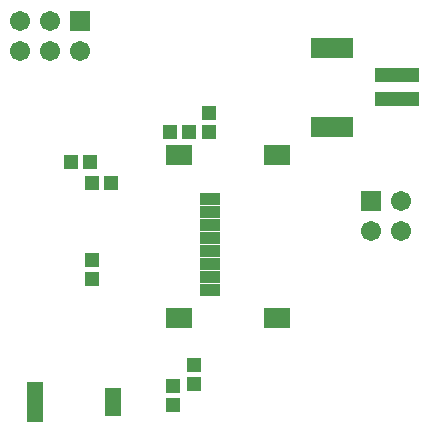
<source format=gbs>
%FSLAX24Y24*%
%MOIN*%
G70*
G01*
G75*
G04 Layer_Color=16711935*
%ADD10C,0.0120*%
%ADD11C,0.0200*%
%ADD12C,0.0150*%
%ADD13R,0.0394X0.0374*%
%ADD14O,0.0866X0.0236*%
%ADD15O,0.0236X0.0807*%
%ADD16O,0.0807X0.0236*%
%ADD17O,0.0551X0.0177*%
G04:AMPARAMS|DCode=18|XSize=83mil|YSize=55mil|CornerRadius=13.8mil|HoleSize=0mil|Usage=FLASHONLY|Rotation=180.000|XOffset=0mil|YOffset=0mil|HoleType=Round|Shape=RoundedRectangle|*
%AMROUNDEDRECTD18*
21,1,0.0830,0.0275,0,0,180.0*
21,1,0.0555,0.0550,0,0,180.0*
1,1,0.0275,-0.0278,0.0138*
1,1,0.0275,0.0278,0.0138*
1,1,0.0275,0.0278,-0.0138*
1,1,0.0275,-0.0278,-0.0138*
%
%ADD18ROUNDEDRECTD18*%
%ADD19R,0.0394X0.0394*%
%ADD20R,0.1496X0.0984*%
%ADD21R,0.0551X0.0197*%
%ADD22R,0.0374X0.0394*%
%ADD23R,0.0433X0.0236*%
G04:AMPARAMS|DCode=24|XSize=94.5mil|YSize=59.1mil|CornerRadius=14.8mil|HoleSize=0mil|Usage=FLASHONLY|Rotation=0.000|XOffset=0mil|YOffset=0mil|HoleType=Round|Shape=RoundedRectangle|*
%AMROUNDEDRECTD24*
21,1,0.0945,0.0295,0,0,0.0*
21,1,0.0650,0.0591,0,0,0.0*
1,1,0.0295,0.0325,-0.0148*
1,1,0.0295,-0.0325,-0.0148*
1,1,0.0295,-0.0325,0.0148*
1,1,0.0295,0.0325,0.0148*
%
%ADD24ROUNDEDRECTD24*%
%ADD25R,0.0512X0.0276*%
%ADD26R,0.0394X0.0394*%
%ADD27R,0.0472X0.0768*%
%ADD28R,0.0591X0.0591*%
%ADD29C,0.0591*%
%ADD30R,0.0591X0.0591*%
%ADD31C,0.0500*%
%ADD32R,0.0472X0.0866*%
%ADD33R,0.0472X0.1260*%
%ADD34R,0.1339X0.0591*%
%ADD35R,0.1378X0.0394*%
%ADD36R,0.0787X0.0571*%
%ADD37R,0.0591X0.0315*%
%ADD38C,0.0236*%
%ADD39C,0.0098*%
%ADD40C,0.0100*%
%ADD41C,0.0039*%
%ADD42C,0.0010*%
%ADD43C,0.0079*%
%ADD44R,0.0474X0.0454*%
%ADD45O,0.0946X0.0316*%
%ADD46O,0.0316X0.0887*%
%ADD47O,0.0887X0.0316*%
%ADD48O,0.0631X0.0257*%
G04:AMPARAMS|DCode=49|XSize=91mil|YSize=63mil|CornerRadius=17.8mil|HoleSize=0mil|Usage=FLASHONLY|Rotation=180.000|XOffset=0mil|YOffset=0mil|HoleType=Round|Shape=RoundedRectangle|*
%AMROUNDEDRECTD49*
21,1,0.0910,0.0275,0,0,180.0*
21,1,0.0555,0.0630,0,0,180.0*
1,1,0.0355,-0.0278,0.0138*
1,1,0.0355,0.0278,0.0138*
1,1,0.0355,0.0278,-0.0138*
1,1,0.0355,-0.0278,-0.0138*
%
%ADD49ROUNDEDRECTD49*%
%ADD50R,0.0474X0.0474*%
%ADD51R,0.1576X0.1064*%
%ADD52R,0.0631X0.0277*%
%ADD53R,0.0454X0.0474*%
%ADD54R,0.0513X0.0316*%
G04:AMPARAMS|DCode=55|XSize=102.5mil|YSize=67.1mil|CornerRadius=18.8mil|HoleSize=0mil|Usage=FLASHONLY|Rotation=0.000|XOffset=0mil|YOffset=0mil|HoleType=Round|Shape=RoundedRectangle|*
%AMROUNDEDRECTD55*
21,1,0.1025,0.0295,0,0,0.0*
21,1,0.0650,0.0671,0,0,0.0*
1,1,0.0375,0.0325,-0.0148*
1,1,0.0375,-0.0325,-0.0148*
1,1,0.0375,-0.0325,0.0148*
1,1,0.0375,0.0325,0.0148*
%
%ADD55ROUNDEDRECTD55*%
%ADD56R,0.0592X0.0356*%
%ADD57R,0.0474X0.0474*%
%ADD58R,0.0552X0.0848*%
%ADD59R,0.0671X0.0671*%
%ADD60C,0.0671*%
%ADD61R,0.0671X0.0671*%
%ADD62R,0.0552X0.0946*%
%ADD63R,0.0552X0.1340*%
%ADD64R,0.1419X0.0671*%
%ADD65R,0.1458X0.0474*%
%ADD66R,0.0867X0.0651*%
%ADD67R,0.0671X0.0395*%
D44*
X3615Y9650D02*
D03*
X2985D02*
D03*
D50*
X7100Y2225D02*
D03*
Y2875D02*
D03*
D53*
X6400Y2165D02*
D03*
Y1535D02*
D03*
X3700Y6365D02*
D03*
Y5735D02*
D03*
X7600Y11265D02*
D03*
Y10635D02*
D03*
D57*
X6275Y10650D02*
D03*
X6925D02*
D03*
X4325Y8950D02*
D03*
X3675D02*
D03*
D59*
X3300Y14350D02*
D03*
D60*
Y13350D02*
D03*
X2300Y14350D02*
D03*
Y13350D02*
D03*
X1300Y14350D02*
D03*
Y13350D02*
D03*
X14000Y7350D02*
D03*
X13000D02*
D03*
X14000Y8350D02*
D03*
D61*
X13000D02*
D03*
D62*
X4399Y1650D02*
D03*
D63*
X1801D02*
D03*
D64*
X11700Y13450D02*
D03*
Y10812D02*
D03*
D65*
X13865Y12525D02*
D03*
Y11737D02*
D03*
D66*
X6600Y9863D02*
D03*
Y4450D02*
D03*
X9868D02*
D03*
Y9863D02*
D03*
D67*
X7624Y5385D02*
D03*
Y5818D02*
D03*
Y6251D02*
D03*
Y6684D02*
D03*
Y7117D02*
D03*
Y7550D02*
D03*
Y7983D02*
D03*
Y8417D02*
D03*
M02*

</source>
